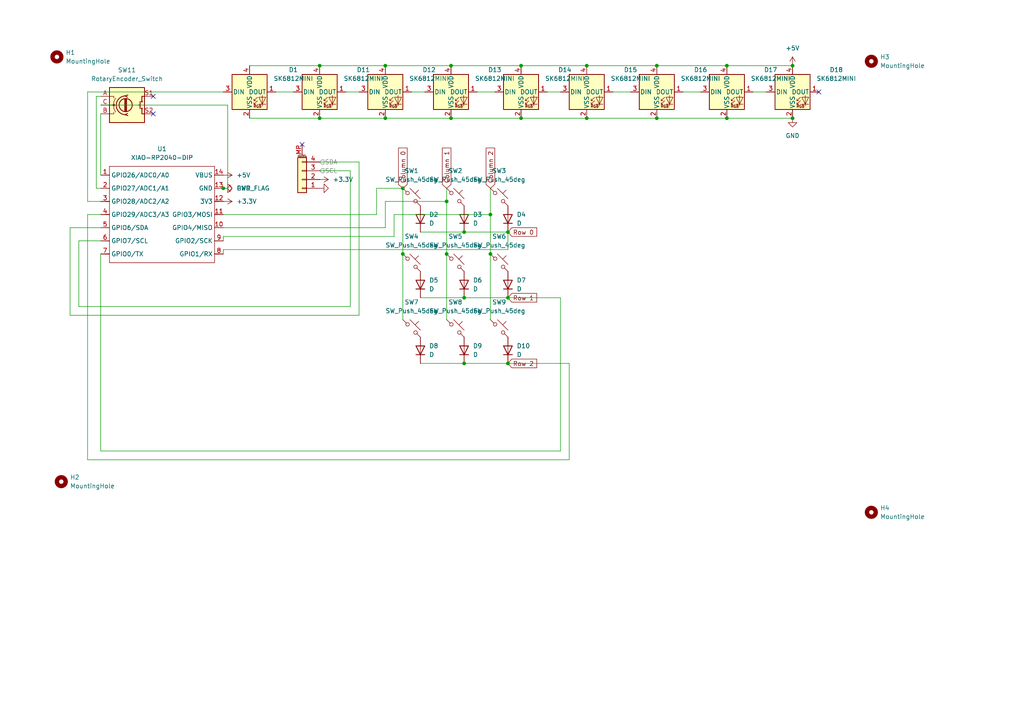
<source format=kicad_sch>
(kicad_sch (version 20250114) (generator "eeschema") (generator_version "9.0")
  (paper "A4")
  (lib_symbols
    (symbol "Connector_Generic_MountingPin:Conn_01x04_MountingPin" (pin_names (offset 1.016) (hide yes))
      (property "Reference" "J" (at 0 5.08 0))
      (property "Value" "Conn_01x04_MountingPin" (at 1.27 -7.62 0))
      (symbol "Conn_01x04_MountingPin_1_1"
        (rectangle (start -1.27 3.81) (end 1.27 -6.35) (stroke (width 0.254)) (fill (type background)))
        (rectangle (start -1.27 2.667) (end 0 2.413) (stroke (width 0.1524)))
        (rectangle (start -1.27 0.127) (end 0 -0.127) (stroke (width 0.1524)))
        (rectangle (start -1.27 -2.413) (end 0 -2.667) (stroke (width 0.1524)))
        (rectangle (start -1.27 -4.953) (end 0 -5.207) (stroke (width 0.1524)))
        (polyline (pts (xy -1.016 -7.112) (xy 1.016 -7.112)) (stroke (width 0.1524)))
        (text "Mounting" (at 0 -6.731 0) (effects (font (size 0.381 0.381))))
        (pin passive line (at -5.08 2.54 0) (length 3.81) (name "Pin_1") (number "1"))
        (pin passive line (at -5.08 0 0) (length 3.81) (name "Pin_2") (number "2"))
        (pin passive line (at -5.08 -2.54 0) (length 3.81) (name "Pin_3") (number "3"))
        (pin passive line (at -5.08 -5.08 0) (length 3.81) (name "Pin_4") (number "4"))
        (pin passive line (at 0 -10.16 90) (length 3.048) (name "MountPin") (number "MP"))
      )
    )
    (symbol "Device:D" (pin_numbers (hide yes)) (pin_names (offset 1.016) (hide yes))
      (property "Reference" "D" (at 0 2.54 0))
      (property "Value" "D" (at 0 -2.54 0))
      (symbol "D_0_1"
        (polyline (pts (xy -1.27 1.27) (xy -1.27 -1.27)) (stroke (width 0.254)))
        (polyline (pts (xy 1.27 1.27) (xy 1.27 -1.27) (xy -1.27 0) (xy 1.27 1.27)) (stroke (width 0.254)))
        (polyline (pts (xy 1.27 0) (xy -1.27 0)))
      )
      (symbol "D_1_1"
        (pin passive line (at -3.81 0 0) (length 2.54) (name "K") (number "1"))
        (pin passive line (at 3.81 0 180) (length 2.54) (name "A") (number "2"))
      )
    )
    (symbol "Device:RotaryEncoder_Switch" (pin_names (offset 0.254) (hide yes))
      (property "Reference" "SW" (at 0 6.604 0))
      (property "Value" "RotaryEncoder_Switch" (at 0 -6.604 0))
      (symbol "RotaryEncoder_Switch_0_1"
        (rectangle (start -5.08 5.08) (end 5.08 -5.08) (stroke (width 0.254)) (fill (type background)))
        (polyline (pts (xy -5.08 2.54) (xy -3.81 2.54) (xy -3.81 2.032)))
        (polyline (pts (xy -5.08 0) (xy -3.81 0) (xy -3.81 -1.016) (xy -3.302 -2.032)))
        (polyline (pts (xy -5.08 -2.54) (xy -3.81 -2.54) (xy -3.81 -2.032)))
        (polyline (pts (xy -4.318 0) (xy -3.81 0) (xy -3.81 1.016) (xy -3.302 2.032)))
        (circle (center -3.81 0) (radius 0.254) (fill (type outline)))
        (polyline (pts (xy -0.635 -1.778) (xy -0.635 1.778)) (stroke (width 0.254)))
        (circle (center -0.381 0) (radius 1.905) (stroke (width 0.254)))
        (polyline (pts (xy -0.381 -1.778) (xy -0.381 1.778)) (stroke (width 0.254)))
        (arc (start -0.381 -2.794) (mid -3.0988 -0.0635) (end -0.381 2.667) (stroke (width 0.254)))
        (polyline (pts (xy -0.127 1.778) (xy -0.127 -1.778)) (stroke (width 0.254)))
        (polyline (pts (xy 0.254 2.921) (xy -0.508 2.667) (xy 0.127 2.286)) (stroke (width 0.254)))
        (polyline (pts (xy 0.254 -3.048) (xy -0.508 -2.794) (xy 0.127 -2.413)) (stroke (width 0.254)))
        (polyline (pts (xy 3.81 1.016) (xy 3.81 -1.016)) (stroke (width 0.254)))
        (polyline (pts (xy 3.81 0) (xy 3.429 0)) (stroke (width 0.254)))
        (circle (center 4.318 1.016) (radius 0.127) (stroke (width 0.254)))
        (circle (center 4.318 -1.016) (radius 0.127) (stroke (width 0.254)))
        (polyline (pts (xy 5.08 2.54) (xy 4.318 2.54) (xy 4.318 1.016)) (stroke (width 0.254)))
        (polyline (pts (xy 5.08 -2.54) (xy 4.318 -2.54) (xy 4.318 -1.016)) (stroke (width 0.254)))
      )
      (symbol "RotaryEncoder_Switch_1_1"
        (pin passive line (at -7.62 2.54 0) (length 2.54) (name "A") (number "A"))
        (pin passive line (at -7.62 0 0) (length 2.54) (name "C") (number "C"))
        (pin passive line (at -7.62 -2.54 0) (length 2.54) (name "B") (number "B"))
        (pin passive line (at 7.62 2.54 180) (length 2.54) (name "S1") (number "S1"))
        (pin passive line (at 7.62 -2.54 180) (length 2.54) (name "S2") (number "S2"))
      )
    )
    (symbol "LED:SK6812MINI" (pin_names (offset 0.254))
      (property "Reference" "D" (at 5.08 5.715 0))
      (property "Value" "SK6812MINI" (at 1.27 -5.715 0))
      (symbol "SK6812MINI_0_0"
        (text "RGB" (at 2.286 -4.191 0) (effects (font (size 0.762 0.762))))
      )
      (symbol "SK6812MINI_0_1"
        (polyline (pts (xy 1.27 -2.54) (xy 1.778 -2.54)))
        (polyline (pts (xy 1.27 -3.556) (xy 1.778 -3.556)))
        (polyline (pts (xy 2.286 -1.524) (xy 1.27 -2.54) (xy 1.27 -2.032)))
        (polyline (pts (xy 2.286 -2.54) (xy 1.27 -3.556) (xy 1.27 -3.048)))
        (polyline (pts (xy 3.683 -1.016) (xy 3.683 -3.556) (xy 3.683 -4.064)))
        (polyline (pts (xy 4.699 -1.524) (xy 2.667 -1.524) (xy 3.683 -3.556) (xy 4.699 -1.524)))
        (polyline (pts (xy 4.699 -3.556) (xy 2.667 -3.556)))
        (rectangle (start 5.08 5.08) (end -5.08 -5.08) (stroke (width 0.254)) (fill (type background)))
      )
      (symbol "SK6812MINI_1_1"
        (pin input line (at -7.62 0 0) (length 2.54) (name "DIN") (number "3"))
        (pin power_in line (at 0 7.62 270) (length 2.54) (name "VDD") (number "4"))
        (pin power_in line (at 0 -7.62 90) (length 2.54) (name "VSS") (number "2"))
        (pin output line (at 7.62 0 180) (length 2.54) (name "DOUT") (number "1"))
      )
    )
    (symbol "Mechanical:MountingHole" (pin_names (offset 1.016)) (in_bom no)
      (property "Reference" "H" (at 0 5.08 0))
      (property "Value" "MountingHole" (at 0 3.175 0))
      (symbol "MountingHole_0_1"
        (circle (center 0 0) (radius 1.27) (stroke (width 1.27)))
      )
    )
    (symbol "OPL:XIAO-RP2040-DIP"
      (property "Reference" "U1" (at 13.97 2.54 0))
      (property "Value" "XIAO-RP2040-DIP" (at 13.97 0 0))
      (symbol "XIAO-RP2040-DIP_1_0"
        (polyline (pts (xy -1.27 -2.54) (xy 29.21 -2.54)) (stroke (width 0.1524)))
        (polyline (pts (xy -1.27 -5.08) (xy -2.54 -5.08)) (stroke (width 0.1524)))
        (polyline (pts (xy -1.27 -5.08) (xy -1.27 -2.54)) (stroke (width 0.1524)))
        (polyline (pts (xy -1.27 -8.89) (xy -2.54 -8.89)) (stroke (width 0.1524)))
        (polyline (pts (xy -1.27 -8.89) (xy -1.27 -5.08)) (stroke (width 0.1524)))
        (polyline (pts (xy -1.27 -12.7) (xy -2.54 -12.7)) (stroke (width 0.1524)))
        (polyline (pts (xy -1.27 -12.7) (xy -1.27 -8.89)) (stroke (width 0.1524)))
        (polyline (pts (xy -1.27 -16.51) (xy -2.54 -16.51)) (stroke (width 0.1524)))
        (polyline (pts (xy -1.27 -16.51) (xy -1.27 -12.7)) (stroke (width 0.1524)))
        (polyline (pts (xy -1.27 -20.32) (xy -2.54 -20.32)) (stroke (width 0.1524)))
        (polyline (pts (xy -1.27 -24.13) (xy -2.54 -24.13)) (stroke (width 0.1524)))
        (polyline (pts (xy -1.27 -27.94) (xy -2.54 -27.94)) (stroke (width 0.1524)))
        (polyline (pts (xy -1.27 -30.48) (xy -1.27 -16.51)) (stroke (width 0.1524)))
        (polyline (pts (xy 29.21 -2.54) (xy 29.21 -5.08)) (stroke (width 0.1524)))
        (polyline (pts (xy 29.21 -5.08) (xy 29.21 -8.89)) (stroke (width 0.1524)))
        (polyline (pts (xy 29.21 -8.89) (xy 29.21 -12.7)) (stroke (width 0.1524)))
        (polyline (pts (xy 29.21 -12.7) (xy 29.21 -30.48)) (stroke (width 0.1524)))
        (polyline (pts (xy 29.21 -30.48) (xy -1.27 -30.48)) (stroke (width 0.1524)))
        (polyline (pts (xy 30.48 -5.08) (xy 29.21 -5.08)) (stroke (width 0.1524)))
        (polyline (pts (xy 30.48 -8.89) (xy 29.21 -8.89)) (stroke (width 0.1524)))
        (polyline (pts (xy 30.48 -12.7) (xy 29.21 -12.7)) (stroke (width 0.1524)))
        (polyline (pts (xy 30.48 -16.51) (xy 29.21 -16.51)) (stroke (width 0.1524)))
        (polyline (pts (xy 30.48 -20.32) (xy 29.21 -20.32)) (stroke (width 0.1524)))
        (polyline (pts (xy 30.48 -24.13) (xy 29.21 -24.13)) (stroke (width 0.1524)))
        (polyline (pts (xy 30.48 -27.94) (xy 29.21 -27.94)) (stroke (width 0.1524)))
        (pin passive line (at -3.81 -5.08 0) (length 2.54) (name "GPIO26/ADC0/A0") (number "1"))
        (pin passive line (at -3.81 -8.89 0) (length 2.54) (name "GPIO27/ADC1/A1") (number "2"))
        (pin passive line (at -3.81 -12.7 0) (length 2.54) (name "GPIO28/ADC2/A2") (number "3"))
        (pin passive line (at -3.81 -16.51 0) (length 2.54) (name "GPIO29/ADC3/A3") (number "4"))
        (pin passive line (at -3.81 -20.32 0) (length 2.54) (name "GPIO6/SDA") (number "5"))
        (pin passive line (at -3.81 -24.13 0) (length 2.54) (name "GPIO7/SCL") (number "6"))
        (pin passive line (at -3.81 -27.94 0) (length 2.54) (name "GPIO0/TX") (number "7"))
        (pin power_out line (at 31.75 -5.08 180) (length 2.54) (name "VBUS") (number "14"))
        (pin power_in line (at 31.75 -8.89 180) (length 2.54) (name "GND") (number "13"))
        (pin passive line (at 31.75 -12.7 180) (length 2.54) (name "3V3") (number "12"))
        (pin passive line (at 31.75 -16.51 180) (length 2.54) (name "GPIO3/MOSI") (number "11"))
        (pin passive line (at 31.75 -20.32 180) (length 2.54) (name "GPIO4/MISO") (number "10"))
        (pin passive line (at 31.75 -24.13 180) (length 2.54) (name "GPIO2/SCK") (number "9"))
        (pin passive line (at 31.75 -27.94 180) (length 2.54) (name "GPIO1/RX") (number "8"))
      )
    )
    (symbol "Switch:SW_Push_45deg" (pin_numbers (hide yes)) (pin_names (offset 1.016) (hide yes))
      (property "Reference" "SW" (at 3.048 1.016 0))
      (property "Value" "SW_Push_45deg" (at 0 -3.81 0))
      (symbol "SW_Push_45deg_0_1"
        (polyline (pts (xy -2.54 2.54) (xy -1.524 1.524) (xy -1.524 1.524)))
        (circle (center -1.1684 1.1684) (radius 0.508))
        (polyline (pts (xy -0.508 2.54) (xy 2.54 -0.508)))
        (polyline (pts (xy 1.016 1.016) (xy 2.032 2.032)))
        (circle (center 1.143 -1.1938) (radius 0.508))
        (polyline (pts (xy 1.524 -1.524) (xy 2.54 -2.54) (xy 2.54 -2.54) (xy 2.54 -2.54)))
        (pin passive line (at -2.54 2.54 0) (length 0) (name "1") (number "1"))
        (pin passive line (at 2.54 -2.54 180) (length 0) (name "2") (number "2"))
      )
    )
    (symbol "power:+3.3V" (power) (pin_numbers (hide yes)) (pin_names (offset 0) (hide yes))
      (property "Value" "+3.3V" (at 0 3.556 0))
      (symbol "+3.3V_0_1"
        (polyline (pts (xy -0.762 1.27) (xy 0 2.54)))
        (polyline (pts (xy 0 2.54) (xy 0.762 1.27)))
        (polyline (pts (xy 0 0) (xy 0 2.54)))
      )
      (symbol "+3.3V_1_1"
        (pin power_in line (at 0 0 90) (length 0) (name "~") (number "1"))
      )
    )
    (symbol "power:+5V" (power) (pin_numbers (hide yes)) (pin_names (offset 0) (hide yes))
      (property "Value" "+5V" (at 0 3.556 0))
      (symbol "+5V_0_1"
        (polyline (pts (xy -0.762 1.27) (xy 0 2.54)))
        (polyline (pts (xy 0 2.54) (xy 0.762 1.27)))
        (polyline (pts (xy 0 0) (xy 0 2.54)))
      )
      (symbol "+5V_1_1"
        (pin power_in line (at 0 0 90) (length 0) (name "~") (number "1"))
      )
    )
    (symbol "power:GND" (power) (pin_numbers (hide yes)) (pin_names (offset 0) (hide yes))
      (property "Value" "GND" (at 0 -3.81 0))
      (symbol "GND_0_1"
        (polyline (pts (xy 0 0) (xy 0 -1.27) (xy 1.27 -1.27) (xy 0 -2.54) (xy -1.27 -1.27) (xy 0 -1.27)))
      )
      (symbol "GND_1_1"
        (pin power_in line (at 0 0 270) (length 0) (name "~") (number "1"))
      )
    )
    (symbol "power:PWR_FLAG" (power) (pin_numbers (hide yes)) (pin_names (offset 0) (hide yes))
      (property "Value" "PWR_FLAG" (at 0 3.81 0))
      (symbol "PWR_FLAG_0_0"
        (pin power_out line (at 0 0 90) (length 0) (name "~") (number "1"))
      )
      (symbol "PWR_FLAG_0_1"
        (polyline (pts (xy 0 0) (xy 0 1.27) (xy -1.016 1.905) (xy 0 2.54) (xy 1.016 1.905) (xy 0 1.27)))
      )
    )
  )
  (junction (at 142.24 62.23))
  (junction (at 64.77 54.61))
  (junction (at 190.5 34.29))
  (junction (at 147.32 86.36))
  (junction (at 229.87 19.05))
  (junction (at 151.13 19.05))
  (junction (at 142.24 73.66))
  (junction (at 130.81 34.29))
  (junction (at 151.13 34.29))
  (junction (at 116.84 54.61))
  (junction (at 134.62 86.36))
  (junction (at 190.5 19.05))
  (junction (at 129.54 58.42))
  (junction (at 129.54 73.66))
  (junction (at 170.18 19.05))
  (junction (at 170.18 34.29))
  (junction (at 210.82 19.05))
  (junction (at 147.32 67.31))
  (junction (at 111.76 19.05))
  (junction (at 147.32 105.41))
  (junction (at 134.62 67.31))
  (junction (at 229.87 34.29))
  (junction (at 92.71 19.05))
  (junction (at 130.81 19.05))
  (junction (at 210.82 34.29))
  (junction (at 92.71 34.29))
  (junction (at 116.84 73.66))
  (junction (at 134.62 105.41))
  (junction (at 111.76 34.29))
  (no_connect (at 44.45 33.02))
  (no_connect (at 237.49 26.67))
  (no_connect (at 44.45 27.94))
  (no_connect (at 87.63 41.91))
  (wire (pts (xy 138.43 26.67) (xy 143.51 26.67)))
  (wire (pts (xy 147.32 72.39) (xy 64.77 72.39)))
  (wire (pts (xy 64.77 68.58) (xy 64.77 69.85)))
  (wire (pts (xy 109.22 54.61) (xy 109.22 62.23)))
  (wire (pts (xy 25.4 58.42) (xy 29.21 58.42)))
  (wire (pts (xy 129.54 73.66) (xy 129.54 92.71)))
  (wire (pts (xy 20.32 66.04) (xy 20.32 91.44)))
  (wire (pts (xy 72.39 19.05) (xy 92.71 19.05)))
  (wire (pts (xy 121.92 105.41) (xy 134.62 105.41)))
  (wire (pts (xy 92.71 49.53) (xy 101.6 49.53)))
  (wire (pts (xy 170.18 34.29) (xy 190.5 34.29)))
  (wire (pts (xy 111.76 66.04) (xy 64.77 66.04)))
  (wire (pts (xy 25.4 62.23) (xy 29.21 62.23)))
  (wire (pts (xy 165.1 105.41) (xy 165.1 133.35)))
  (wire (pts (xy 25.4 133.35) (xy 25.4 62.23)))
  (wire (pts (xy 162.56 86.36) (xy 162.56 130.81)))
  (wire (pts (xy 210.82 34.29) (xy 229.87 34.29)))
  (wire (pts (xy 116.84 54.61) (xy 116.84 73.66)))
  (wire (pts (xy 134.62 105.41) (xy 147.32 105.41)))
  (wire (pts (xy 29.21 27.94) (xy 27.94 27.94)))
  (wire (pts (xy 20.32 91.44) (xy 104.14 91.44)))
  (wire (pts (xy 142.24 62.23) (xy 142.24 73.66)))
  (wire (pts (xy 80.01 26.67) (xy 85.09 26.67)))
  (wire (pts (xy 29.21 66.04) (xy 20.32 66.04)))
  (wire (pts (xy 27.94 54.61) (xy 29.21 54.61)))
  (wire (pts (xy 147.32 67.31) (xy 147.32 72.39)))
  (wire (pts (xy 198.12 26.67) (xy 203.2 26.67)))
  (wire (pts (xy 100.33 26.67) (xy 104.14 26.67)))
  (wire (pts (xy 72.39 34.29) (xy 92.71 34.29)))
  (wire (pts (xy 151.13 19.05) (xy 170.18 19.05)))
  (wire (pts (xy 22.86 88.9) (xy 101.6 88.9)))
  (wire (pts (xy 142.24 73.66) (xy 142.24 92.71)))
  (wire (pts (xy 134.62 67.31) (xy 147.32 67.31)))
  (wire (pts (xy 134.62 86.36) (xy 147.32 86.36)))
  (wire (pts (xy 130.81 19.05) (xy 151.13 19.05)))
  (wire (pts (xy 147.32 86.36) (xy 162.56 86.36)))
  (wire (pts (xy 119.38 26.67) (xy 123.19 26.67)))
  (wire (pts (xy 92.71 19.05) (xy 111.76 19.05)))
  (wire (pts (xy 111.76 58.42) (xy 111.76 66.04)))
  (wire (pts (xy 66.04 30.48) (xy 66.04 54.61)))
  (wire (pts (xy 142.24 54.61) (xy 142.24 62.23)))
  (wire (pts (xy 170.18 19.05) (xy 190.5 19.05)))
  (wire (pts (xy 114.3 62.23) (xy 114.3 68.58)))
  (wire (pts (xy 25.4 26.67) (xy 64.77 26.67)))
  (wire (pts (xy 177.8 26.67) (xy 182.88 26.67)))
  (wire (pts (xy 121.92 67.31) (xy 134.62 67.31)))
  (wire (pts (xy 218.44 26.67) (xy 222.25 26.67)))
  (wire (pts (xy 147.32 105.41) (xy 165.1 105.41)))
  (wire (pts (xy 29.21 30.48) (xy 66.04 30.48)))
  (wire (pts (xy 101.6 88.9) (xy 101.6 49.53)))
  (wire (pts (xy 190.5 19.05) (xy 210.82 19.05)))
  (wire (pts (xy 158.75 26.67) (xy 162.56 26.67)))
  (wire (pts (xy 151.13 34.29) (xy 170.18 34.29)))
  (wire (pts (xy 190.5 34.29) (xy 210.82 34.29)))
  (wire (pts (xy 111.76 19.05) (xy 130.81 19.05)))
  (wire (pts (xy 92.71 34.29) (xy 111.76 34.29)))
  (wire (pts (xy 130.81 34.29) (xy 151.13 34.29)))
  (wire (pts (xy 29.21 33.02) (xy 29.21 50.8)))
  (wire (pts (xy 111.76 34.29) (xy 130.81 34.29)))
  (wire (pts (xy 116.84 73.66) (xy 116.84 92.71)))
  (wire (pts (xy 162.56 130.81) (xy 29.21 130.81)))
  (wire (pts (xy 116.84 54.61) (xy 109.22 54.61)))
  (wire (pts (xy 104.14 91.44) (xy 104.14 46.99)))
  (wire (pts (xy 129.54 58.42) (xy 111.76 58.42)))
  (wire (pts (xy 142.24 62.23) (xy 114.3 62.23)))
  (wire (pts (xy 165.1 133.35) (xy 25.4 133.35)))
  (wire (pts (xy 27.94 27.94) (xy 27.94 54.61)))
  (wire (pts (xy 29.21 73.66) (xy 29.21 130.81)))
  (wire (pts (xy 64.77 62.23) (xy 109.22 62.23)))
  (wire (pts (xy 129.54 58.42) (xy 129.54 73.66)))
  (wire (pts (xy 22.86 69.85) (xy 22.86 88.9)))
  (wire (pts (xy 104.14 46.99) (xy 92.71 46.99)))
  (wire (pts (xy 121.92 86.36) (xy 134.62 86.36)))
  (wire (pts (xy 129.54 54.61) (xy 129.54 58.42)))
  (wire (pts (xy 210.82 19.05) (xy 229.87 19.05)))
  (wire (pts (xy 25.4 26.67) (xy 25.4 58.42)))
  (wire (pts (xy 29.21 69.85) (xy 22.86 69.85)))
  (wire (pts (xy 114.3 68.58) (xy 64.77 68.58)))
  (wire (pts (xy 64.77 72.39) (xy 64.77 73.66)))
  (wire (pts (xy 66.04 54.61) (xy 64.77 54.61)))
  (global_label "Column 0" (shape input) (at 116.84 54.61 90) (property "Intersheetrefs" "${INTERSHEET_REFS}" (effects (hide yes))))
  (global_label "Column 1" (shape input) (at 129.54 54.61 90) (property "Intersheetrefs" "${INTERSHEET_REFS}" (effects (hide yes))))
  (global_label "Column 2" (shape input) (at 142.24 54.61 90) (property "Intersheetrefs" "${INTERSHEET_REFS}" (effects (hide yes))))
  (global_label "Row 2" (shape input) (at 147.32 105.41 0) (property "Intersheetrefs" "${INTERSHEET_REFS}" (effects (hide yes))))
  (global_label "Row 0" (shape input) (at 147.32 67.31 0) (property "Intersheetrefs" "${INTERSHEET_REFS}" (effects (hide yes))))
  (global_label "Row 1" (shape input) (at 147.32 86.36 0) (property "Intersheetrefs" "${INTERSHEET_REFS}" (effects (hide yes))))
  (hierarchical_label "SDA" (shape input) (at 92.71 46.99 0))
  (hierarchical_label "SCL" (shape input) (at 92.71 49.53 0))
  (symbol (lib_id "Device:D") (at 121.92 101.6 90) (unit 1)
    (property "Reference" "D8" (at 124.46 100.3299 90) (effects (justify right)))
    (property "Value" "D" (at 124.46 102.8699 90) (effects (justify right)))
    (property "Footprint" "Diode_THT:D_T-1_P5.08mm_Horizontal" (effects (hide yes)))
    (property "Description" "Diode" (effects (hide yes)))
    (property "Sim.Device" "D" (effects (hide yes)))
    (property "Sim.Pins" "1=K 2=A" (effects (hide yes)))
  )
  (symbol (lib_id "Device:D") (at 147.32 101.6 90) (unit 1)
    (property "Reference" "D10" (at 149.86 100.3299 90) (effects (justify right)))
    (property "Value" "D" (at 149.86 102.8699 90) (effects (justify right)))
    (property "Footprint" "Diode_THT:D_T-1_P5.08mm_Horizontal" (effects (hide yes)))
    (property "Description" "Diode" (effects (hide yes)))
    (property "Sim.Device" "D" (effects (hide yes)))
    (property "Sim.Pins" "1=K 2=A" (effects (hide yes)))
  )
  (symbol (lib_id "Device:D") (at 134.62 101.6 90) (unit 1)
    (property "Reference" "D9" (at 137.16 100.3299 90) (effects (justify right)))
    (property "Value" "D" (at 137.16 102.8699 90) (effects (justify right)))
    (property "Footprint" "Diode_THT:D_T-1_P5.08mm_Horizontal" (effects (hide yes)))
    (property "Description" "Diode" (effects (hide yes)))
    (property "Sim.Device" "D" (effects (hide yes)))
    (property "Sim.Pins" "1=K 2=A" (effects (hide yes)))
  )
  (symbol (lib_id "Connector_Generic_MountingPin:Conn_01x04_MountingPin") (at 87.63 52.07 180) (unit 1)
    (property "Reference" "J1" (effects (hide yes)))
    (property "Value" "Conn_01x04_MountingPin" (effects (hide yes)))
    (property "Footprint" "Connector_PinSocket_2.54mm:PinSocket_1x04_P2.54mm_Vertical" (effects (hide yes)))
    (property "Description" "Generic connectable mounting pin connector, single row, 01x04, script generated (kicad-library-utils/schlib/autogen/connector/)" (effects (hide yes)))
  )
  (symbol (lib_id "LED:SK6812MINI") (at 111.76 26.67 0) (unit 1)
    (property "Reference" "D12" (at 124.46 20.2498 0))
    (property "Value" "SK6812MINI" (at 124.46 22.7898 0))
    (property "Footprint" "LED:BAcklight" (effects (hide yes)))
    (property "Datasheet" "https://cdn-shop.adafruit.com/product-files/2686/SK6812MINI_REV.01-1-2.pdf" (effects (hide yes)))
    (property "Description" "RGB LED with integrated controller" (effects (hide yes)))
  )
  (symbol (lib_id "LED:SK6812MINI") (at 151.13 26.67 0) (unit 1)
    (property "Reference" "D14" (at 163.83 20.2498 0))
    (property "Value" "SK6812MINI" (at 163.83 22.7898 0))
    (property "Footprint" "LED:BAcklight" (effects (hide yes)))
    (property "Datasheet" "https://cdn-shop.adafruit.com/product-files/2686/SK6812MINI_REV.01-1-2.pdf" (effects (hide yes)))
    (property "Description" "RGB LED with integrated controller" (effects (hide yes)))
  )
  (symbol (lib_id "Device:RotaryEncoder_Switch") (at 36.83 30.48 0) (unit 1)
    (property "Reference" "SW11" (at 36.83 20.32 0))
    (property "Value" "RotaryEncoder_Switch" (at 36.83 22.86 0))
    (property "Footprint" "Rotary_Encoder_hackpad:RotaryEncoder_Alps_EC11E-Switch_Vertical_H20mm" (effects (hide yes)))
    (property "Description" "Rotary encoder, dual channel, incremental quadrate outputs, with switch" (effects (hide yes)))
  )
  (symbol (lib_id "LED:SK6812MINI") (at 130.81 26.67 0) (unit 1)
    (property "Reference" "D13" (at 143.51 20.2498 0))
    (property "Value" "SK6812MINI" (at 143.51 22.7898 0))
    (property "Footprint" "LED:BAcklight" (effects (hide yes)))
    (property "Datasheet" "https://cdn-shop.adafruit.com/product-files/2686/SK6812MINI_REV.01-1-2.pdf" (effects (hide yes)))
    (property "Description" "RGB LED with integrated controller" (effects (hide yes)))
  )
  (symbol (lib_id "power:+3.3V") (at 64.77 58.42 270) (unit 1)
    (property "Reference" "#PWR01" (effects (hide yes)))
    (property "Value" "+3.3V" (at 68.58 58.4199 90) (effects (justify left)))
    (property "Description" "Power symbol creates a global label with name \"+3.3V\"" (effects (hide yes)))
  )
  (symbol (lib_id "Switch:SW_Push_45deg") (at 132.08 95.25 0) (unit 1)
    (property "Reference" "SW8" (at 132.08 87.63 0))
    (property "Value" "SW_Push_45deg" (at 132.08 90.17 0))
    (property "Footprint" "Button_Switch_Keyboard:SW_Cherry_MX_1.00u_PCB" (effects (hide yes)))
    (property "Description" "Push button switch, normally open, two pins, 45° tilted" (effects (hide yes)))
  )
  (symbol (lib_id "Device:D") (at 121.92 63.5 90) (unit 1)
    (property "Reference" "D2" (at 124.46 62.2299 90) (effects (justify right)))
    (property "Value" "D" (at 124.46 64.7699 90) (effects (justify right)))
    (property "Footprint" "Diode_THT:D_T-1_P5.08mm_Horizontal" (effects (hide yes)))
    (property "Description" "Diode" (effects (hide yes)))
    (property "Sim.Device" "D" (effects (hide yes)))
    (property "Sim.Pins" "1=K 2=A" (effects (hide yes)))
  )
  (symbol (lib_id "Device:D") (at 134.62 82.55 90) (unit 1)
    (property "Reference" "D6" (at 137.16 81.2799 90) (effects (justify right)))
    (property "Value" "D" (at 137.16 83.8199 90) (effects (justify right)))
    (property "Footprint" "Diode_THT:D_T-1_P5.08mm_Horizontal" (effects (hide yes)))
    (property "Description" "Diode" (effects (hide yes)))
    (property "Sim.Device" "D" (effects (hide yes)))
    (property "Sim.Pins" "1=K 2=A" (effects (hide yes)))
  )
  (symbol (lib_id "power:+5V") (at 64.77 50.8 270) (unit 1)
    (property "Reference" "#PWR07" (effects (hide yes)))
    (property "Value" "+5V" (at 68.58 50.7999 90) (effects (justify left)))
    (property "Description" "Power symbol creates a global label with name \"+5V\"" (effects (hide yes)))
  )
  (symbol (lib_id "Switch:SW_Push_45deg") (at 144.78 57.15 0) (unit 1)
    (property "Reference" "SW3" (at 144.78 49.53 0))
    (property "Value" "SW_Push_45deg" (at 144.78 52.07 0))
    (property "Footprint" "Button_Switch_Keyboard:SW_Cherry_MX_1.00u_PCB" (effects (hide yes)))
    (property "Description" "Push button switch, normally open, two pins, 45° tilted" (effects (hide yes)))
  )
  (symbol (lib_id "Switch:SW_Push_45deg") (at 144.78 95.25 0) (unit 1)
    (property "Reference" "SW9" (at 144.78 87.63 0))
    (property "Value" "SW_Push_45deg" (at 144.78 90.17 0))
    (property "Footprint" "Button_Switch_Keyboard:SW_Cherry_MX_1.00u_PCB" (effects (hide yes)))
    (property "Description" "Push button switch, normally open, two pins, 45° tilted" (effects (hide yes)))
  )
  (symbol (lib_id "power:+5V") (at 229.87 19.05 0) (unit 1)
    (property "Reference" "#PWR08" (effects (hide yes)))
    (property "Value" "+5V" (at 229.87 13.97 0))
    (property "Description" "Power symbol creates a global label with name \"+5V\"" (effects (hide yes)))
  )
  (symbol (lib_id "Switch:SW_Push_45deg") (at 132.08 57.15 0) (unit 1)
    (property "Reference" "SW2" (at 132.08 49.53 0))
    (property "Value" "SW_Push_45deg" (at 132.08 52.07 0))
    (property "Footprint" "Button_Switch_Keyboard:SW_Cherry_MX_1.00u_PCB" (effects (hide yes)))
    (property "Description" "Push button switch, normally open, two pins, 45° tilted" (effects (hide yes)))
  )
  (symbol (lib_id "Mechanical:MountingHole") (at 16.51 16.51 0) (unit 1) (in_bom no)
    (property "Reference" "H1" (at 19.05 15.2399 0) (effects (justify left)))
    (property "Value" "MountingHole" (at 19.05 17.7799 0) (effects (justify left)))
    (property "Footprint" "MountingHole:MountingHole_3.2mm_M3_Pad" (effects (hide yes)))
    (property "Description" "Mounting Hole without connection" (effects (hide yes)))
  )
  (symbol (lib_id "Switch:SW_Push_45deg") (at 144.78 76.2 0) (unit 1)
    (property "Reference" "SW6" (at 144.78 68.58 0))
    (property "Value" "SW_Push_45deg" (at 144.78 71.12 0))
    (property "Footprint" "Button_Switch_Keyboard:SW_Cherry_MX_1.00u_PCB" (effects (hide yes)))
    (property "Description" "Push button switch, normally open, two pins, 45° tilted" (effects (hide yes)))
  )
  (symbol (lib_id "OPL:XIAO-RP2040-DIP") (at 33.02 45.72 0) (unit 1)
    (property "Reference" "U1" (at 46.99 43.18 0))
    (property "Value" "XIAO-RP2040-DIP" (at 46.99 45.72 0))
    (property "Footprint" "OPL:XIAO-RP2040-SMD" (effects (hide yes)))
  )
  (symbol (lib_id "Device:D") (at 147.32 63.5 90) (unit 1)
    (property "Reference" "D4" (at 149.86 62.2299 90) (effects (justify right)))
    (property "Value" "D" (at 149.86 64.7699 90) (effects (justify right)))
    (property "Footprint" "Diode_THT:D_T-1_P5.08mm_Horizontal" (effects (hide yes)))
    (property "Description" "Diode" (effects (hide yes)))
    (property "Sim.Device" "D" (effects (hide yes)))
    (property "Sim.Pins" "1=K 2=A" (effects (hide yes)))
  )
  (symbol (lib_id "Switch:SW_Push_45deg") (at 132.08 76.2 0) (unit 1)
    (property "Reference" "SW5" (at 132.08 68.58 0))
    (property "Value" "SW_Push_45deg" (at 132.08 71.12 0))
    (property "Footprint" "Button_Switch_Keyboard:SW_Cherry_MX_1.00u_PCB" (effects (hide yes)))
    (property "Description" "Push button switch, normally open, two pins, 45° tilted" (effects (hide yes)))
  )
  (symbol (lib_id "power:GND") (at 64.77 54.61 90) (unit 1)
    (property "Reference" "#PWR02" (effects (hide yes)))
    (property "Value" "GND" (at 68.58 54.6099 90) (effects (justify right)))
    (property "Description" "Power symbol creates a global label with name \"GND\" , ground" (effects (hide yes)))
  )
  (symbol (lib_id "LED:SK6812MINI") (at 190.5 26.67 0) (unit 1)
    (property "Reference" "D16" (at 203.2 20.2498 0))
    (property "Value" "SK6812MINI" (at 203.2 22.7898 0))
    (property "Footprint" "LED:BAcklight" (effects (hide yes)))
    (property "Datasheet" "https://cdn-shop.adafruit.com/product-files/2686/SK6812MINI_REV.01-1-2.pdf" (effects (hide yes)))
    (property "Description" "RGB LED with integrated controller" (effects (hide yes)))
  )
  (symbol (lib_id "LED:SK6812MINI") (at 72.39 26.67 0) (unit 1)
    (property "Reference" "D1" (at 85.09 20.2498 0))
    (property "Value" "SK6812MINI" (at 85.09 22.7898 0))
    (property "Footprint" "LED:BAcklight" (effects (hide yes)))
    (property "Datasheet" "https://cdn-shop.adafruit.com/product-files/2686/SK6812MINI_REV.01-1-2.pdf" (effects (hide yes)))
    (property "Description" "RGB LED with integrated controller" (effects (hide yes)))
  )
  (symbol (lib_id "power:GND") (at 92.71 54.61 90) (unit 1)
    (property "Reference" "#PWR03" (effects (hide yes)))
    (property "Value" "GND" (effects (hide yes)))
    (property "Description" "Power symbol creates a global label with name \"GND\" , ground" (effects (hide yes)))
  )
  (symbol (lib_id "Mechanical:MountingHole") (at 252.73 17.78 0) (unit 1) (in_bom no)
    (property "Reference" "H3" (at 255.27 16.5099 0) (effects (justify left)))
    (property "Value" "MountingHole" (at 255.27 19.0499 0) (effects (justify left)))
    (property "Footprint" "MountingHole:MountingHole_3.2mm_M3_Pad" (effects (hide yes)))
    (property "Description" "Mounting Hole without connection" (effects (hide yes)))
  )
  (symbol (lib_id "LED:SK6812MINI") (at 229.87 26.67 0) (unit 1)
    (property "Reference" "D18" (at 242.57 20.2498 0))
    (property "Value" "SK6812MINI" (at 242.57 22.7898 0))
    (property "Footprint" "LED:BAcklight" (effects (hide yes)))
    (property "Datasheet" "https://cdn-shop.adafruit.com/product-files/2686/SK6812MINI_REV.01-1-2.pdf" (effects (hide yes)))
    (property "Description" "RGB LED with integrated controller" (effects (hide yes)))
  )
  (symbol (lib_id "Switch:SW_Push_45deg") (at 119.38 95.25 0) (unit 1)
    (property "Reference" "SW7" (at 119.38 87.63 0))
    (property "Value" "SW_Push_45deg" (at 119.38 90.17 0))
    (property "Footprint" "Button_Switch_Keyboard:SW_Cherry_MX_1.00u_PCB" (effects (hide yes)))
    (property "Description" "Push button switch, normally open, two pins, 45° tilted" (effects (hide yes)))
  )
  (symbol (lib_id "Mechanical:MountingHole") (at 252.73 148.59 0) (unit 1) (in_bom no)
    (property "Reference" "H4" (at 255.27 147.3199 0) (effects (justify left)))
    (property "Value" "MountingHole" (at 255.27 149.8599 0) (effects (justify left)))
    (property "Footprint" "MountingHole:MountingHole_3.2mm_M3_Pad" (effects (hide yes)))
    (property "Description" "Mounting Hole without connection" (effects (hide yes)))
  )
  (symbol (lib_id "power:PWR_FLAG") (at 64.77 54.61 270) (unit 1)
    (property "Reference" "#FLG03" (effects (hide yes)))
    (property "Value" "PWR_FLAG" (at 68.58 54.6099 90) (effects (justify left)))
    (property "Description" "Special symbol for telling ERC where power comes from" (effects (hide yes)))
  )
  (symbol (lib_id "Mechanical:MountingHole") (at 17.78 139.7 0) (unit 1) (in_bom no)
    (property "Reference" "H2" (at 20.32 138.4299 0) (effects (justify left)))
    (property "Value" "MountingHole" (at 20.32 140.9699 0) (effects (justify left)))
    (property "Footprint" "MountingHole:MountingHole_3.2mm_M3_Pad" (effects (hide yes)))
    (property "Description" "Mounting Hole without connection" (effects (hide yes)))
  )
  (symbol (lib_id "LED:SK6812MINI") (at 170.18 26.67 0) (unit 1)
    (property "Reference" "D15" (at 182.88 20.2498 0))
    (property "Value" "SK6812MINI" (at 182.88 22.7898 0))
    (property "Footprint" "LED:BAcklight" (effects (hide yes)))
    (property "Datasheet" "https://cdn-shop.adafruit.com/product-files/2686/SK6812MINI_REV.01-1-2.pdf" (effects (hide yes)))
    (property "Description" "RGB LED with integrated controller" (effects (hide yes)))
  )
  (symbol (lib_id "Device:D") (at 121.92 82.55 90) (unit 1)
    (property "Reference" "D5" (at 124.46 81.2799 90) (effects (justify right)))
    (property "Value" "D" (at 124.46 83.8199 90) (effects (justify right)))
    (property "Footprint" "Diode_THT:D_T-1_P5.08mm_Horizontal" (effects (hide yes)))
    (property "Description" "Diode" (effects (hide yes)))
    (property "Sim.Device" "D" (effects (hide yes)))
    (property "Sim.Pins" "1=K 2=A" (effects (hide yes)))
  )
  (symbol (lib_id "Device:D") (at 147.32 82.55 90) (unit 1)
    (property "Reference" "D7" (at 149.86 81.2799 90) (effects (justify right)))
    (property "Value" "D" (at 149.86 83.8199 90) (effects (justify right)))
    (property "Footprint" "Diode_THT:D_T-1_P5.08mm_Horizontal" (effects (hide yes)))
    (property "Description" "Diode" (effects (hide yes)))
    (property "Sim.Device" "D" (effects (hide yes)))
    (property "Sim.Pins" "1=K 2=A" (effects (hide yes)))
  )
  (symbol (lib_id "LED:SK6812MINI") (at 210.82 26.67 0) (unit 1)
    (property "Reference" "D17" (at 223.52 20.2498 0))
    (property "Value" "SK6812MINI" (at 223.52 22.7898 0))
    (property "Footprint" "LED:BAcklight" (effects (hide yes)))
    (property "Datasheet" "https://cdn-shop.adafruit.com/product-files/2686/SK6812MINI_REV.01-1-2.pdf" (effects (hide yes)))
    (property "Description" "RGB LED with integrated controller" (effects (hide yes)))
  )
  (symbol (lib_id "power:+3.3V") (at 92.71 52.07 270) (unit 1)
    (property "Reference" "#PWR05" (effects (hide yes)))
    (property "Value" "+3.3V" (at 96.52 52.0699 90) (effects (justify left)))
    (property "Description" "Power symbol creates a global label with name \"+3.3V\"" (effects (hide yes)))
  )
  (symbol (lib_id "Switch:SW_Push_45deg") (at 119.38 76.2 0) (unit 1)
    (property "Reference" "SW4" (at 119.38 68.58 0))
    (property "Value" "SW_Push_45deg" (at 119.38 71.12 0))
    (property "Footprint" "Button_Switch_Keyboard:SW_Cherry_MX_1.00u_PCB" (effects (hide yes)))
    (property "Description" "Push button switch, normally open, two pins, 45° tilted" (effects (hide yes)))
  )
  (symbol (lib_id "power:GND") (at 229.87 34.29 0) (unit 1)
    (property "Reference" "#PWR04" (effects (hide yes)))
    (property "Value" "GND" (at 229.87 39.37 0))
    (property "Description" "Power symbol creates a global label with name \"GND\" , ground" (effects (hide yes)))
  )
  (symbol (lib_id "Switch:SW_Push_45deg") (at 119.38 57.15 0) (unit 1)
    (property "Reference" "SW1" (at 119.38 49.53 0))
    (property "Value" "SW_Push_45deg" (at 119.38 52.07 0))
    (property "Footprint" "Button_Switch_Keyboard:SW_Cherry_MX_1.00u_PCB" (effects (hide yes)))
    (property "Description" "Push button switch, normally open, two pins, 45° tilted" (effects (hide yes)))
  )
  (symbol (lib_id "LED:SK6812MINI") (at 92.71 26.67 0) (unit 1)
    (property "Reference" "D11" (at 105.41 20.2498 0))
    (property "Value" "SK6812MINI" (at 105.41 22.7898 0))
    (property "Footprint" "LED:BAcklight" (effects (hide yes)))
    (property "Datasheet" "https://cdn-shop.adafruit.com/product-files/2686/SK6812MINI_REV.01-1-2.pdf" (effects (hide yes)))
    (property "Description" "RGB LED with integrated controller" (effects (hide yes)))
  )
  (symbol (lib_id "Device:D") (at 134.62 63.5 90) (unit 1)
    (property "Reference" "D3" (at 137.16 62.2299 90) (effects (justify right)))
    (property "Value" "D" (at 137.16 64.7699 90) (effects (justify right)))
    (property "Footprint" "Diode_THT:D_T-1_P5.08mm_Horizontal" (effects (hide yes)))
    (property "Description" "Diode" (effects (hide yes)))
    (property "Sim.Device" "D" (effects (hide yes)))
    (property "Sim.Pins" "1=K 2=A" (effects (hide yes)))
  )
)
</source>
